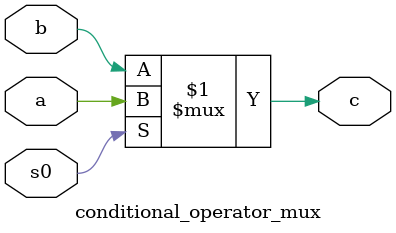
<source format=v>
`timescale 1ns / 1ps


module conditional_operator_mux(
input  s0,a,b,
output c);
assign c=(s0)?a:b;
endmodule

</source>
